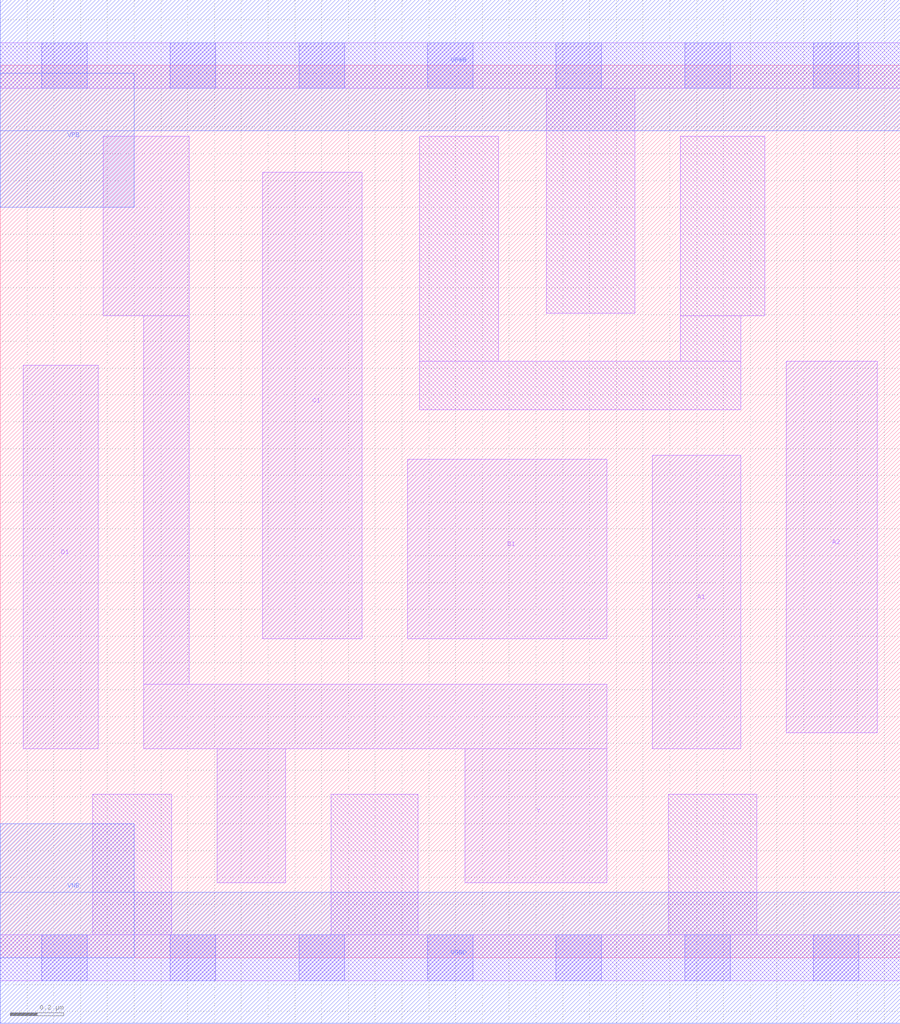
<source format=lef>
# Copyright 2020 The SkyWater PDK Authors
#
# Licensed under the Apache License, Version 2.0 (the "License");
# you may not use this file except in compliance with the License.
# You may obtain a copy of the License at
#
#     https://www.apache.org/licenses/LICENSE-2.0
#
# Unless required by applicable law or agreed to in writing, software
# distributed under the License is distributed on an "AS IS" BASIS,
# WITHOUT WARRANTIES OR CONDITIONS OF ANY KIND, either express or implied.
# See the License for the specific language governing permissions and
# limitations under the License.
#
# SPDX-License-Identifier: Apache-2.0

VERSION 5.5 ;
NAMESCASESENSITIVE ON ;
BUSBITCHARS "[]" ;
DIVIDERCHAR "/" ;
MACRO sky130_fd_sc_lp__a2111oi_0
  CLASS CORE ;
  SOURCE USER ;
  ORIGIN  0.000000  0.000000 ;
  SIZE  3.360000 BY  3.330000 ;
  SYMMETRY X Y R90 ;
  SITE unit ;
  PIN A1
    ANTENNAGATEAREA  0.159000 ;
    DIRECTION INPUT ;
    USE SIGNAL ;
    PORT
      LAYER li1 ;
        RECT 2.435000 0.780000 2.765000 1.875000 ;
    END
  END A1
  PIN A2
    ANTENNAGATEAREA  0.159000 ;
    DIRECTION INPUT ;
    USE SIGNAL ;
    PORT
      LAYER li1 ;
        RECT 2.935000 0.840000 3.275000 2.225000 ;
    END
  END A2
  PIN B1
    ANTENNAGATEAREA  0.159000 ;
    DIRECTION INPUT ;
    USE SIGNAL ;
    PORT
      LAYER li1 ;
        RECT 1.520000 1.190000 2.265000 1.860000 ;
    END
  END B1
  PIN C1
    ANTENNAGATEAREA  0.159000 ;
    DIRECTION INPUT ;
    USE SIGNAL ;
    PORT
      LAYER li1 ;
        RECT 0.980000 1.190000 1.350000 2.930000 ;
    END
  END C1
  PIN D1
    ANTENNAGATEAREA  0.159000 ;
    DIRECTION INPUT ;
    USE SIGNAL ;
    PORT
      LAYER li1 ;
        RECT 0.085000 0.780000 0.365000 2.210000 ;
    END
  END D1
  PIN Y
    ANTENNADIFFAREA  0.424000 ;
    DIRECTION OUTPUT ;
    USE SIGNAL ;
    PORT
      LAYER li1 ;
        RECT 0.385000 2.395000 0.705000 3.065000 ;
        RECT 0.535000 0.780000 2.265000 1.020000 ;
        RECT 0.535000 1.020000 0.705000 2.395000 ;
        RECT 0.810000 0.280000 1.065000 0.780000 ;
        RECT 1.735000 0.280000 2.265000 0.780000 ;
    END
  END Y
  PIN VGND
    DIRECTION INOUT ;
    USE GROUND ;
    PORT
      LAYER met1 ;
        RECT 0.000000 -0.245000 3.360000 0.245000 ;
    END
  END VGND
  PIN VNB
    DIRECTION INOUT ;
    USE GROUND ;
    PORT
    END
  END VNB
  PIN VPB
    DIRECTION INOUT ;
    USE POWER ;
    PORT
    END
  END VPB
  PIN VNB
    DIRECTION INOUT ;
    USE GROUND ;
    PORT
      LAYER met1 ;
        RECT 0.000000 0.000000 0.500000 0.500000 ;
    END
  END VNB
  PIN VPB
    DIRECTION INOUT ;
    USE POWER ;
    PORT
      LAYER met1 ;
        RECT 0.000000 2.800000 0.500000 3.300000 ;
    END
  END VPB
  PIN VPWR
    DIRECTION INOUT ;
    USE POWER ;
    PORT
      LAYER met1 ;
        RECT 0.000000 3.085000 3.360000 3.575000 ;
    END
  END VPWR
  OBS
    LAYER li1 ;
      RECT 0.000000 -0.085000 3.360000 0.085000 ;
      RECT 0.000000  3.245000 3.360000 3.415000 ;
      RECT 0.345000  0.085000 0.640000 0.610000 ;
      RECT 1.235000  0.085000 1.560000 0.610000 ;
      RECT 1.565000  2.045000 2.765000 2.225000 ;
      RECT 1.565000  2.225000 1.860000 3.065000 ;
      RECT 2.040000  2.405000 2.370000 3.245000 ;
      RECT 2.495000  0.085000 2.825000 0.610000 ;
      RECT 2.540000  2.225000 2.765000 2.395000 ;
      RECT 2.540000  2.395000 2.855000 3.065000 ;
    LAYER mcon ;
      RECT 0.155000 -0.085000 0.325000 0.085000 ;
      RECT 0.155000  3.245000 0.325000 3.415000 ;
      RECT 0.635000 -0.085000 0.805000 0.085000 ;
      RECT 0.635000  3.245000 0.805000 3.415000 ;
      RECT 1.115000 -0.085000 1.285000 0.085000 ;
      RECT 1.115000  3.245000 1.285000 3.415000 ;
      RECT 1.595000 -0.085000 1.765000 0.085000 ;
      RECT 1.595000  3.245000 1.765000 3.415000 ;
      RECT 2.075000 -0.085000 2.245000 0.085000 ;
      RECT 2.075000  3.245000 2.245000 3.415000 ;
      RECT 2.555000 -0.085000 2.725000 0.085000 ;
      RECT 2.555000  3.245000 2.725000 3.415000 ;
      RECT 3.035000 -0.085000 3.205000 0.085000 ;
      RECT 3.035000  3.245000 3.205000 3.415000 ;
  END
END sky130_fd_sc_lp__a2111oi_0
END LIBRARY

</source>
